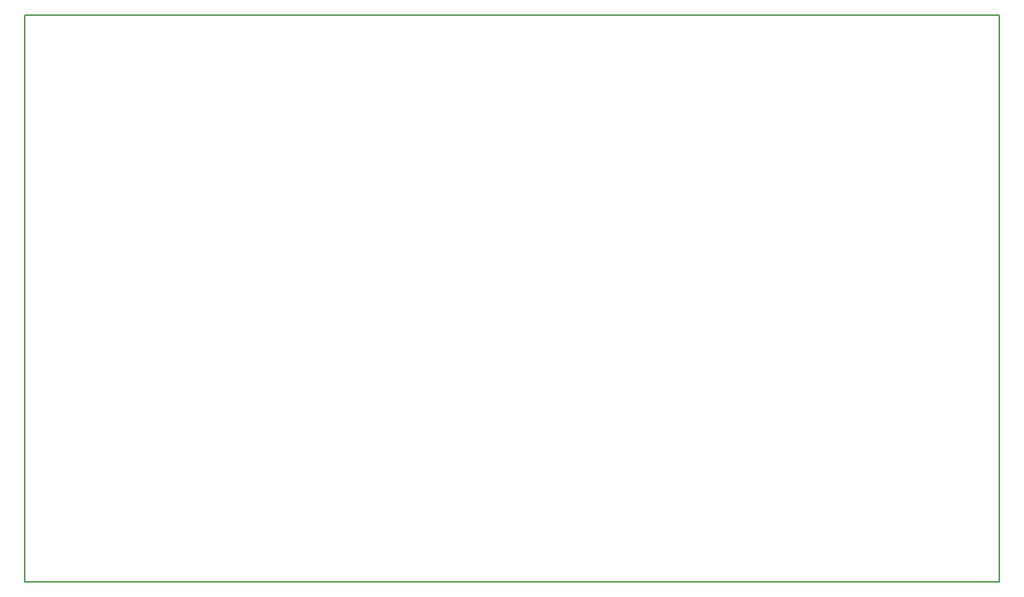
<source format=gbr>
%TF.GenerationSoftware,KiCad,Pcbnew,(5.1.6)-1*%
%TF.CreationDate,2021-09-18T15:37:18+02:00*%
%TF.ProjectId,Frontplate_v1,46726f6e-7470-46c6-9174-655f76312e6b,1*%
%TF.SameCoordinates,PX4e33880PY85099e0*%
%TF.FileFunction,Paste,Top*%
%TF.FilePolarity,Positive*%
%FSLAX46Y46*%
G04 Gerber Fmt 4.6, Leading zero omitted, Abs format (unit mm)*
G04 Created by KiCad (PCBNEW (5.1.6)-1) date 2021-09-18 15:37:18*
%MOMM*%
%LPD*%
G01*
G04 APERTURE LIST*
%TA.AperFunction,Profile*%
%ADD10C,0.150000*%
%TD*%
G04 APERTURE END LIST*
D10*
X88000000Y59500000D02*
X-32000000Y59500000D01*
X88000000Y-10500000D02*
X88000000Y59500000D01*
X88000000Y-10500000D02*
X-32000000Y-10500000D01*
X-32000000Y-10500000D02*
X-32000000Y59500000D01*
M02*

</source>
